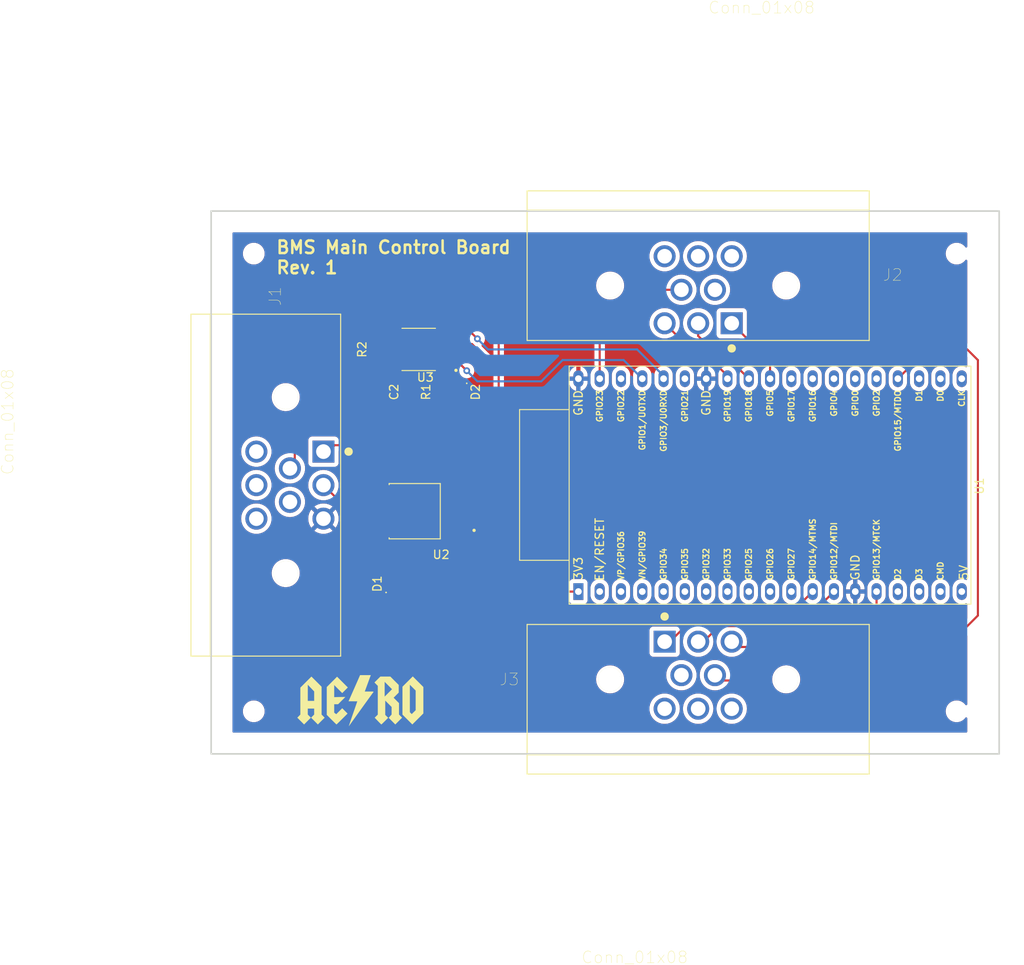
<source format=kicad_pcb>
(kicad_pcb (version 20221018) (generator pcbnew)
  (layers (0 "F.Cu" signal) (31 "B.Cu" signal) (34 "B.Paste" user) (35 "F.Paste" user) (36 "B.SilkS" user "B.Silkscreen") (37 "F.SilkS" user "F.Silkscreen") (38 "B.Mask" user) (39 "F.Mask" user) (44 "Edge.Cuts" user))
  (net 0 "")
  (net 1 "INT_12V")
  (net 2 "GND")
  (net 3 "+3.3V")
  (net 4 "Net-(D2-A)")
  (net 5 "SPI0_MOSI")
  (net 6 "SPI0_MISO")
  (net 7 "SPI0_SCK")
  (net 8 "SPI0_CS1")
  (net 11 "CAN_H")
  (net 12 "CAN_L")
  (net 13 "CAN_MISO")
  (net 14 "CAN_MOSI")
  (net 41 "SPI1_MOSI")
  (net 42 "SPI1_MISO")
  (net 43 "SPI1_SCK")
  (net 44 "SPI1_CS1")
  (footprint "Resistor_SMD:R_0201_0603Metric_Pad0.64x0.40mm_HandSolder" (layer "F.Cu") (at 124.46 74.93 90)
    (fp_text reference "R2" (at 0 -1.05 90) (layer "F.SilkS"))
    (fp_text value "120")
    (pad "1" smd roundrect (at -0.4075 0 90) (size 0.635 0.4) (layers "F.Cu" "F.Mask") (net 11 "CAN_H"))
    (pad "2" smd roundrect (at 0.4075 0 90) (size 0.635 0.4) (layers "F.Cu" "F.Mask") (net 12 "CAN_L"))
  )
  (footprint "MountingHole:MountingHole_2.1mm" (layer "F.Cu") (at 110.49 118.11)
    (fp_text reference "REF**" hide)
    (fp_text value "MountingHole_2.1mm")
    (pad "" np_thru_hole circle (at 0 0) (size 2.1 2.1) (drill 2.1) (layers "F&B.Cu" "*.Mask"))
  )
  (footprint "AERO_Footprints:AERO_Logo_15x6mm" (layer "F.Cu") (at 123.19 116.84)
    (fp_text reference "G***" hide)
    (fp_text value "LOGO" hide)
    (fp_poly (pts (xy 6.892292 -2.256606) (xy 7.522038 -1.627588) (xy 7.522038 1.522592) (xy 6.209332 2.833934) (xy 5.038016 1.661096) (xy 5.038016 1.378625) (xy 5.912672 1.378625) (xy 6.024987 1.494504) (xy 6.137301 1.610384) (xy 6.374849 1.374656) (xy 6.612397 1.138929) (xy 6.612397 -1.208337) (xy 6.262534 -1.556887) (xy 5.912672 -1.905436) (xy 5.912672 1.378625) (xy 5.038016 1.378625) (xy 5.038016 -1.662595) (xy 5.650281 -2.27411) (xy 6.262545 -2.885624) (xy 6.892292 -2.256606)) (stroke (width 0.01)) (fill solid) (layer "F.SilkS"))
    (fp_poly (pts (xy -5.221339 -2.265012) (xy -4.618182 -1.661116) (xy -4.618182 1.659646) (xy -4.435198 1.844931) (xy -4.252214 2.030217) (xy -4.654241 2.432243) (xy -5.056267 2.83427) (xy -5.457346 2.43205) (xy -5.858424 2.02983) (xy -5.492838 1.659646) (xy -5.492838 0.944628) (xy -6.262535 0.944628) (xy -6.262535 1.659646) (xy -6.079551 1.844931) (xy -5.896567 2.030217) (xy -6.70062 2.83427) (xy -7.502776 2.02983) (xy -7.319984 1.844738) (xy -7.13719 1.659646) (xy -7.13719 0.034986) (xy -6.262535 0.034986) (xy -5.492838 0.034986) (xy -5.492838 -1.10401) (xy -5.875913 -1.50538) (xy -6.258989 -1.906749) (xy -6.260762 -0.935881) (xy -6.262535 0.034986) (xy -7.13719 0.034986) (xy -7.13719 -1.557578) (xy -6.480843 -2.213243) (xy -5.824495 -2.868909) (xy -5.221339 -2.265012)) (stroke (width 0.01)) (fill solid) (layer "F.SilkS"))
    (fp_poly (pts (xy -2.126864 -2.214321) (xy -1.487961 -1.574717) (xy -1.819235 -1.24206) (xy -2.150508 -0.909403) (xy -2.632141 -1.390114) (xy -3.113774 -1.870826) (xy -3.113774 -0.416909) (xy -2.449463 -0.427118) (xy -1.785151 -0.437328) (xy -2.212781 -0.008746) (xy -2.64041 0.419835) (xy -3.113774 0.419835) (xy -3.113774 1.430874) (xy -2.989067 1.525994) (xy -2.864359 1.621113) (xy -2.507589 1.265558) (xy -2.15082 0.910002) (xy -1.835197 1.225625) (xy -1.519575 1.541248) (xy -2.169155 2.187566) (xy -2.34366 2.360587) (xy -2.501708 2.516125) (xy -2.636615 2.647697) (xy -2.741696 2.748821) (xy -2.810268 2.813012) (xy -2.835454 2.833884) (xy -2.863865 2.810205) (xy -2.934415 2.7438) (xy -3.039961 2.641616) (xy -3.173361 2.510602) (xy -3.327474 2.357704) (xy -3.420301 2.264972) (xy -3.98843 1.69606) (xy -3.98843 -1.624396) (xy -3.377098 -2.23916) (xy -2.765766 -2.853925) (xy -2.126864 -2.214321)) (stroke (width 0.01)) (fill solid) (layer "F.SilkS"))
    (fp_poly (pts (xy 4.085094 -2.369879) (xy 4.583195 -1.870887) (xy 4.583195 -0.963505) (xy 3.972357 -0.349823) (xy 4.295269 -0.025563) (xy 4.618182 0.298698) (xy 4.618182 1.659646) (xy 4.801166 1.844931) (xy 4.984149 2.030217) (xy 4.180096 2.83427) (xy 3.395312 2.046694) (xy 3.567904 1.85427) (xy 3.740497 1.661846) (xy 3.742011 1.206428) (xy 3.743526 0.751011) (xy 3.358678 0.367356) (xy 2.973829 -0.0163) (xy 2.973829 1.699463) (xy 3.149146 1.872144) (xy 3.324464 2.044825) (xy 2.931053 2.439355) (xy 2.796179 2.57326) (xy 2.678343 2.687693) (xy 2.586396 2.774262) (xy 2.529184 2.824577) (xy 2.515023 2.833884) (xy 2.484378 2.809858) (xy 2.414426 2.743504) (xy 2.313856 2.643412) (xy 2.191358 2.518171) (xy 2.10951 2.433024) (xy 1.726618 2.032164) (xy 1.912896 1.8482) (xy 2.099173 1.664236) (xy 2.099173 -0.472657) (xy 2.903857 -0.472657) (xy 3.349759 -0.91856) (xy 3.795662 -1.364463) (xy 2.903857 -2.256268) (xy 2.903857 -0.472657) (xy 2.099173 -0.472657) (xy 2.099173 -1.764775) (xy 1.898879 -1.967182) (xy 1.698585 -2.169588) (xy 2.046914 -2.519229) (xy 2.395244 -2.86887) (xy 3.586993 -2.86887) (xy 4.085094 -2.369879)) (stroke (width 0.01)) (fill solid) (layer "F.SilkS"))
    (fp_poly (pts (xy 0.892149 -2.064187) (xy 0.53294 -1.084573) (xy 1.076576 -1.084573) (xy 1.281642 -1.084154) (xy 1.425832 -1.082139) (xy 1.518241 -1.077389) (xy 1.567965 -1.068766) (xy 1.5841 -1.055131) (xy 1.575739 -1.035346) (xy 1.565711 -1.023347) (xy 1.537708 -0.986527) (xy 1.472995 -0.898463) (xy 1.375622 -0.764785) (xy 1.24964 -0.591123) (xy 1.0991 -0.383107) (xy 0.928052 -0.146367) (xy 0.740547 0.113466) (xy 0.540636 0.390763) (xy 0.33237 0.679893) (xy 0.1198 0.975227) (xy -0.093025 1.271134) (xy -0.302053 1.561985) (xy -0.503233 1.842148) (xy -0.692515 2.105995) (xy -0.865847 2.347895) (xy -1.019181 2.562217) (xy -1.148463 2.743333) (xy -1.249645 2.885611) (xy -1.318674 2.983422) (xy -1.351501 3.031136) (xy -1.35222 3.032265) (xy -1.349457 3.013674) (xy -1.325691 2.935209) (xy -1.282989 2.803056) (xy -1.223417 2.623402) (xy -1.149041 2.402431) (xy -1.061928 2.146332) (xy -0.964145 1.861288) (xy -0.871159 1.592142) (xy -0.764276 1.283551) (xy -0.664769 0.995885) (xy -0.574915 0.735757) (xy -0.496994 0.509778) (xy -0.433282 0.32456) (xy -0.386058 0.186716) (xy -0.357599 0.102858) (xy -0.349862 0.078987) (xy -0.382823 0.075836) (xy -0.473606 0.073166) (xy -0.610059 0.071186) (xy -0.780034 0.070108) (xy -0.869786 0.069973) (xy -1.389709 0.069973) (xy -0.998949 -0.81343) (xy -0.875406 -1.092997) (xy -0.742067 -1.395195) (xy -0.60729 -1.701053) (xy -0.479431 -1.9916) (xy -0.366846 -2.247865) (xy -0.313152 -2.370317) (xy -0.018117 -3.043801) (xy 1.251357 -3.043801) (xy 0.892149 -2.064187)) (stroke (width 0.01)) (fill solid) (layer "F.SilkS"))
  )
  (footprint "AERO_Footprints:ESP32-DEV C" (layer "F.Cu") (at 166.79094 92.09238 90)
    (fp_text reference "U1" (at 0.86488 30.25656 90 unlocked) (layer "F.SilkS"))
    (fp_text value "ESP32 Dev_Board_C")
    (fp_text user "GPIO3/U0RXD" (at 12.39988 -7.42688 90 unlocked) (layer "F.SilkS") (effects (font (size 0.7 0.7)) (justify right)))
    (fp_text user "GPIO22" (at 12.39988 -12.50688 90 unlocked) (layer "F.SilkS") (effects (font (size 0.7 0.7)) (justify right)))
    (fp_text user "VN/GPIO39" (at -10.46012 -9.96688 90 unlocked) (layer "F.SilkS") (effects (font (size 0.7 0.7)) (justify left)))
    (fp_text user "GPIO17" (at 12.39988 7.81312 90 unlocked) (layer "F.SilkS") (effects (font (size 0.7 0.7)) (justify right)))
    (fp_text user "GPIO13/MTCK" (at -10.46012 17.97312 90 unlocked) (layer "F.SilkS") (effects (font (size 0.7 0.7)) (justify left)))
    (fp_text user "GPIO23" (at 12.39988 -15.04688 90 unlocked) (layer "F.SilkS") (effects (font (size 0.7 0.7)) (justify right)))
    (fp_text user "GND" (at -10.46012 15.43312 90 unlocked) (layer "F.SilkS") (effects (justify left)))
    (fp_text user "VP/GPIO36" (at -10.46012 -12.50688 90 unlocked) (layer "F.SilkS") (effects (font (size 0.7 0.7)) (justify left)))
    (fp_text user "GND" (at 12.39988 -17.58688 90 unlocked) (layer "F.SilkS") (effects (justify right)))
    (fp_text user "GPIO18" (at 12.39988 2.73312 90 unlocked) (layer "F.SilkS") (effects (font (size 0.7 0.7)) (justify right)))
    (fp_text user "3V3" (at -10.46012 -17.58688 90 unlocked) (layer "F.SilkS") (effects (justify left)))
    (fp_text user "GPIO12/MTDI" (at -10.46012 12.89312 90 unlocked) (layer "F.SilkS") (effects (font (size 0.7 0.7)) (justify left)))
    (fp_text user "GPIO4" (at 12.39988 12.89312 90 unlocked) (layer "F.SilkS") (effects (font (size 0.7 0.7)) (justify right)))
    (fp_text user "GPIO33" (at -10.46012 0.19312 90 unlocked) (layer "F.SilkS") (effects (font (size 0.7 0.7)) (justify left)))
    (fp_text user "GPIO26" (at -10.46012 5.27312 90 unlocked) (layer "F.SilkS") (effects (font (size 0.7 0.7)) (justify left)))
    (fp_text user "GPIO35" (at -10.46012 -4.88688 90 unlocked) (layer "F.SilkS") (effects (font (size 0.7 0.7)) (justify left)))
    (fp_text user "GPIO2" (at 12.39988 17.97312 90 unlocked) (layer "F.SilkS") (effects (font (size 0.7 0.7)) (justify right)))
    (fp_text user "GPIO27" (at -10.46012 7.81312 90 unlocked) (layer "F.SilkS") (effects (font (size 0.7 0.7)) (justify left)))
    (fp_text user "GPIO21" (at 12.39988 -4.88688 90 unlocked) (layer "F.SilkS") (effects (font (size 0.7 0.7)) (justify right)))
    (fp_text user "CMD" (at -10.46012 25.59312 90 unlocked) (layer "F.SilkS") (effects (font (size 0.7 0.7)) (justify left)))
    (fp_text user "EN/RESET" (at -2.8438 -15.0496 90 unlocked) (layer "F.SilkS") (effects (justify right)))
    (fp_text user "GPIO0" (at 12.39988 15.43312 90 unlocked) (layer "F.SilkS") (effects (font (size 0.7 0.7)) (justify right)))
    (fp_text user "D2" (at -10.46012 20.51312 90 unlocked) (layer "F.SilkS") (effects (font (size 0.7 0.7)) (justify left)))
    (fp_text user "5V" (at -10.4638 28.3844 90 unlocked) (layer "F.SilkS") (effects (justify left)))
    (fp_text user "GPIO5" (at 12.39988 5.27312 90 unlocked) (layer "F.SilkS") (effects (font (size 0.7 0.7)) (justify right)))
    (fp_text user "GPIO14/MTMS" (at -10.46012 10.35312 90 unlocked) (layer "F.SilkS") (effects (font (size 0.7 0.7)) (justify left)))
    (fp_text user "GPIO1/U0TXD" (at 12.39988 -9.96688 90 unlocked) (layer "F.SilkS") (effects (font (size 0.7 0.7)) (justify right)))
    (fp_text user "D3" (at -10.46012 23.05312 90 unlocked) (layer "F.SilkS") (effects (font (size 0.7 0.7)) (justify left)))
    (fp_text user "GPIO15/MTDO" (at 12.39988 20.51312 90 unlocked) (layer "F.SilkS") (effects (font (size 0.7 0.7)) (justify right)))
    (fp_text user "D1" (at 12.39988 23.05312 90 unlocked) (layer "F.SilkS") (effects (font (size 0.7 0.7)) (justify right)))
    (fp_text user "GND" (at 12.39988 -2.34688 90 unlocked) (layer "F.SilkS") (effects (justify right)))
    (fp_text user "GPIO16" (at 12.39988 10.35312 90 unlocked) (layer "F.SilkS") (effects (font (size 0.7 0.7)) (justify right)))
    (fp_text user "GPIO19" (at 12.39988 0.19312 90 unlocked) (layer "F.SilkS") (effects (font (size 0.7 0.7)) (justify right)))
    (fp_text user "D0" (at 12.39988 25.59312 90 unlocked) (layer "F.SilkS") (effects (font (size 0.7 0.7)) (justify right)))
    (fp_text user "GPIO25" (at -10.46012 2.73312 90 unlocked) (layer "F.SilkS") (effects (font (size 0.7 0.7)) (justify left)))
    (fp_text user "GPIO32" (at -10.46012 -2.34688 90 unlocked) (layer "F.SilkS") (effects (font (size 0.7 0.7)) (justify left)))
    (fp_text user "GPIO34" (at -10.46012 -7.42688 90 unlocked) (layer "F.SilkS") (effects (font (size 0.7 0.7)) (justify left)))
    (fp_text user "CLK" (at 12.39988 28.13312 90 unlocked) (layer "F.SilkS") (effects (font (size 0.7 0.7)) (justify right)))
    (fp_line (start -13.23012 29.23312) (end 15.169879 29.23312) (stroke (width 0.12)) (layer "F.SilkS"))
    (fp_line (start -13.230119 -18.68688) (end -13.23012 29.23312) (stroke (width 0.12)) (layer "F.SilkS"))
    (fp_line (start -8 -24.6) (end 9.9832 -24.6) (stroke (width 0.12)) (layer "F.SilkS"))
    (fp_line (start -8 -18.7072) (end -8 -24.6) (stroke (width 0.12)) (layer "F.SilkS"))
    (fp_line (start 9.9832 -24.6) (end 9.9832 -18.7072) (stroke (width 0.12)) (layer "F.SilkS"))
    (fp_line (start 15.169879 29.23312) (end 15.16988 -18.68688) (stroke (width 0.12)) (layer "F.SilkS"))
    (fp_line (start 15.16988 -18.68688) (end -13.230119 -18.68688) (stroke (width 0.12)) (layer "F.SilkS"))
    (pad "1" thru_hole rect (at -11.73012 -17.58688) (size 1.2 2) (drill 0.8) (layers "*.Cu" "*.Mask") (net 3 "+3.3V"))
    (pad "2" thru_hole oval (at -11.73012 -15.04688) (size 1.2 2) (drill 0.8) (layers "*.Cu" "*.Mask"))
    (pad "3" thru_hole oval (at -11.73012 -12.50688) (size 1.2 2) (drill 0.8) (layers "*.Cu" "*.Mask"))
    (pad "4" thru_hole oval (at -11.73012 -9.96688) (size 1.2 2) (drill 0.8) (layers "*.Cu" "*.Mask"))
    (pad "5" thru_hole oval (at -11.73012 -7.42688) (size 1.2 2) (drill 0.8) (layers "*.Cu" "*.Mask"))
    (pad "6" thru_hole oval (at -11.73012 -4.88688) (size 1.2 2) (drill 0.8) (layers "*.Cu" "*.Mask"))
    (pad "7" thru_hole oval (at -11.73012 -2.34688) (size 1.2 2) (drill 0.8) (layers "*.Cu" "*.Mask"))
    (pad "8" thru_hole oval (at -11.73012 0.19312) (size 1.2 2) (drill 0.8) (layers "*.Cu" "*.Mask"))
    (pad "9" thru_hole oval (at -11.73012 2.73312) (size 1.2 2) (drill 0.8) (layers "*.Cu" "*.Mask"))
    (pad "10" thru_hole oval (at -11.73012 5.27312) (size 1.2 2) (drill 0.8) (layers "*.Cu" "*.Mask"))
    (pad "11" thru_hole oval (at -11.73012 7.81312) (size 1.2 2) (drill 0.8) (layers "*.Cu" "*.Mask"))
    (pad "12" thru_hole oval (at -11.73012 10.35312) (size 1.2 2) (drill 0.8) (layers "*.Cu" "*.Mask") (net 43 "SPI1_SCK"))
    (pad "13" thru_hole oval (at -11.73012 12.89312) (size 1.2 2) (drill 0.8) (layers "*.Cu" "*.Mask") (net 42 "SPI1_MISO"))
    (pad "14" thru_hole oval (at -11.73012 15.43312) (size 1.2 2) (drill 0.8) (layers "*.Cu" "*.Mask") (net 2 "GND"))
    (pad "15" thru_hole oval (at -11.73012 17.97312) (size 1.2 2) (drill 0.8) (layers "*.Cu" "*.Mask") (net 41 "SPI1_MOSI"))
    (pad "16" thru_hole oval (at -11.73012 20.51312) (size 1.2 2) (drill 0.8) (layers "*.Cu" "*.Mask"))
    (pad "17" thru_hole oval (at -11.73012 23.05312) (size 1.2 2) (drill 0.8) (layers "*.Cu" "*.Mask"))
    (pad "18" thru_hole oval (at -11.73012 25.59312) (size 1.2 2) (drill 0.8) (layers "*.Cu" "*.Mask"))
    (pad "19" thru_hole oval (at -11.73012 28.13312) (size 1.2 2) (drill 0.8) (layers "*.Cu" "*.Mask"))
    (pad "20" thru_hole oval (at 13.6662 28.1304) (size 1.2 2) (drill 0.8) (layers "*.Cu" "*.Mask"))
    (pad "21" thru_hole oval (at 13.6662 25.5904) (size 1.2 2) (drill 0.8) (layers "*.Cu" "*.Mask"))
    (pad "22" thru_hole oval (at 13.66988 23.05312) (size 1.2 2) (drill 0.8) (layers "*.Cu" "*.Mask"))
    (pad "23" thru_hole oval (at 13.66988 20.51312) (size 1.2 2) (drill 0.8) (layers "*.Cu" "*.Mask") (net 44 "SPI1_CS1"))
    (pad "24" thru_hole oval (at 13.66988 17.97312) (size 1.2 2) (drill 0.8) (layers "*.Cu" "*.Mask"))
    (pad "25" thru_hole oval (at 13.66988 15.43312) (size 1.2 2) (drill 0.8) (layers "*.Cu" "*.Mask"))
    (pad "26" thru_hole oval (at 13.66988 12.89312) (size 1.2 2) (drill 0.8) (layers "*.Cu" "*.Mask"))
    (pad "27" thru_hole oval (at 13.66988 10.35312) (size 1.2 2) (drill 0.8) (layers "*.Cu" "*.Mask"))
    (pad "28" thru_hole oval (at 13.66988 7.81312) (size 1.2 2) (drill 0.8) (layers "*.Cu" "*.Mask"))
    (pad "29" thru_hole oval (at 13.66988 5.27312) (size 1.2 2) (drill 0.8) (layers "*.Cu" "*.Mask") (net 8 "SPI0_CS1"))
    (pad "30" thru_hole oval (at 13.66988 2.73312) (size 1.2 2) (drill 0.8) (layers "*.Cu" "*.Mask") (net 7 "SPI0_SCK"))
    (pad "31" thru_hole oval (at 13.66988 0.19312) (size 1.2 2) (drill 0.8) (layers "*.Cu" "*.Mask") (net 6 "SPI0_MISO"))
    (pad "32" thru_hole oval (at 13.66988 -2.34688) (size 1.2 2) (drill 0.8) (layers "*.Cu" "*.Mask") (net 2 "GND"))
    (pad "33" thru_hole oval (at 13.66988 -4.88688) (size 1.2 2) (drill 0.8) (layers "*.Cu" "*.Mask"))
    (pad "34" thru_hole oval (at 13.66988 -7.42688) (size 1.2 2) (drill 0.8) (layers "*.Cu" "*.Mask") (net 14 "CAN_MOSI"))
    (pad "35" thru_hole oval (at 13.66988 -9.96688) (size 1.2 2) (drill 0.8) (layers "*.Cu" "*.Mask") (net 13 "CAN_MISO"))
    (pad "36" thru_hole oval (at 13.66988 -12.50688) (size 1.2 2) (drill 0.8) (layers "*.Cu" "*.Mask"))
    (pad "37" thru_hole oval (at 13.66988 -15.04688) (size 1.2 2) (drill 0.8) (layers "*.Cu" "*.Mask") (net 5 "SPI0_MOSI"))
    (pad "38" thru_hole oval (at 13.66988 -17.58688) (size 1.2 2) (drill 0.8) (layers "*.Cu" "*.Mask") (net 2 "GND"))
  )
  (footprint "LED_SMD:LED_0201_0603Metric_Pad0.64x0.40mm_HandSolder" (layer "F.Cu") (at 135.89 80.01 -90)
    (fp_text reference "D2" (at 0 -1.05 90) (layer "F.SilkS"))
    (fp_text value "LED")
    (fp_circle (center -1.035 0) (end -0.985 0) (stroke (width 0.1)) (fill none) (layer "F.SilkS"))
    (pad "1" smd roundrect (at -0.4075 0 270) (size 0.635 0.4) (layers "F.Cu" "F.Mask") (net 2 "GND"))
    (pad "2" smd roundrect (at 0.4075 0 270) (size 0.635 0.4) (layers "F.Cu" "F.Mask") (net 4 "Net-(D2-A)"))
  )
  (footprint "AERO_Footprints:SOIC127P600X175-8N" (layer "F.Cu") (at 130.16 74.93 180)
    (fp_text reference "U3" (at -0.795 -3.332) (layer "F.SilkS"))
    (fp_text value "MAX33054EASA+T" hide)
    (fp_line (start -2 -2.52) (end 2 -2.52) (stroke (width 0.127)) (layer "F.SilkS"))
    (fp_line (start -2 2.52) (end 2 2.52) (stroke (width 0.127)) (layer "F.SilkS"))
    (fp_circle (center -4.445 -2.495) (end -4.345 -2.495) (stroke (width 0.2)) (fill none) (layer "F.SilkS"))
    (pad "1" smd roundrect (at -2.475 -1.905 180) (size 1.97 0.59) (layers "F.Cu" "F.Paste" "F.Mask") (roundrect_rratio 0.07) (net 13 "CAN_MISO"))
    (pad "2" smd roundrect (at -2.475 -0.635 180) (size 1.97 0.59) (layers "F.Cu" "F.Paste" "F.Mask") (roundrect_rratio 0.07) (net 2 "GND"))
    (pad "3" smd roundrect (at -2.475 0.635 180) (size 1.97 0.59) (layers "F.Cu" "F.Paste" "F.Mask") (roundrect_rratio 0.07) (net 3 "+3.3V"))
    (pad "4" smd roundrect (at -2.475 1.905 180) (size 1.97 0.59) (layers "F.Cu" "F.Paste" "F.Mask") (roundrect_rratio 0.07) (net 14 "CAN_MOSI"))
    (pad "5" smd roundrect (at 2.475 1.905 180) (size 1.97 0.59) (layers "F.Cu" "F.Paste" "F.Mask") (roundrect_rratio 0.07) (net 3 "+3.3V"))
    (pad "6" smd roundrect (at 2.475 0.635 180) (size 1.97 0.59) (layers "F.Cu" "F.Paste" "F.Mask") (roundrect_rratio 0.07) (net 12 "CAN_L"))
    (pad "7" smd roundrect (at 2.475 -0.635 180) (size 1.97 0.59) (layers "F.Cu" "F.Paste" "F.Mask") (roundrect_rratio 0.07) (net 11 "CAN_H"))
    (pad "8" smd roundrect (at 2.475 -1.905 180) (size 1.97 0.59) (layers "F.Cu" "F.Paste" "F.Mask") (roundrect_rratio 0.07) (net 2 "GND"))
  )
  (footprint "amp_seal:TE_1-776280-1_8pin_Horizontal" (layer "F.Cu") (at 163.49 114.3)
    (fp_text reference "J3" (at -22.52 0) (layer "F.SilkS") (effects (font (size 1.40081 1.40081) (thickness 0.05))))
    (fp_text value "Conn_01x08" (at -7.56757 33.1663) (layer "F.SilkS") (effects (font (size 1.40234 1.40234) (thickness 0.05))))
    (fp_text user "PCB~{EDGE}" (at -4.00474 8.51007) (layer "Edge.Cuts") (effects (font (thickness 0.05))))
    (fp_line (start -20.4 -6.55) (end 20.4 -6.55) (stroke (width 0.127)) (layer "F.SilkS"))
    (fp_line (start -20.4 9) (end -20.4 -6.55) (stroke (width 0.127)) (layer "F.SilkS"))
    (fp_line (start -20.4 11.3) (end -20.4 9) (stroke (width 0.127)) (layer "F.SilkS"))
    (fp_line (start 11.7 11.3) (end -20.4 11.3) (stroke (width 0.127)) (layer "F.SilkS"))
    (fp_line (start 20.4 -6.55) (end 20.4 9) (stroke (width 0.127)) (layer "F.SilkS"))
    (fp_line (start 20.4 9) (end -20.4 9) (stroke (width 0.127)) (layer "F.SilkS"))
    (fp_line (start 20.4 9) (end 20.4 11.3) (stroke (width 0.127)) (layer "F.SilkS"))
    (fp_line (start 20.4 11.3) (end 11.7 11.3) (stroke (width 0.127)) (layer "F.SilkS"))
    (fp_circle (center -4 -7.5) (end -3.75 -7.5) (stroke (width 0.5)) (fill none) (layer "F.SilkS"))
    (pad "" np_thru_hole circle (at -10.5 0) (size 2.85 2.85) (drill 2.85) (layers "*.Cu" "*.Mask" "F.SilkS"))
    (pad "" np_thru_hole circle (at 10.5 0) (size 2.85 2.85) (drill 2.85) (layers "*.Cu" "*.Mask" "F.SilkS"))
    (pad "1" thru_hole rect (at -4 -4.5) (size 2.625 2.625) (drill 1.75) (layers "*.Cu" "*.Mask") (net 43 "SPI1_SCK"))
    (pad "2" thru_hole circle (at 0 -4.5) (size 2.625 2.625) (drill 1.75) (layers "*.Cu" "*.Mask") (net 42 "SPI1_MISO"))
    (pad "3" thru_hole circle (at 4 -4.5) (size 2.625 2.625) (drill 1.75) (layers "*.Cu" "*.Mask") (net 41 "SPI1_MOSI"))
    (pad "4" thru_hole circle (at -2 -0.5) (size 2.625 2.625) (drill 1.75) (layers "*.Cu" "*.Mask"))
    (pad "5" thru_hole circle (at 2 -0.5) (size 2.625 2.625) (drill 1.75) (layers "*.Cu" "*.Mask") (net 44 "SPI1_CS1"))
    (pad "6" thru_hole circle (at -4 3.5) (size 2.625 2.625) (drill 1.75) (layers "*.Cu" "*.Mask"))
    (pad "7" thru_hole circle (at 0 3.5) (size 2.625 2.625) (drill 1.75) (layers "*.Cu" "*.Mask"))
    (pad "8" thru_hole circle (at 4 3.5) (size 2.625 2.625) (drill 1.75) (layers "*.Cu" "*.Mask"))
  )
  (footprint "Capacitor_SMD:C_0201_0603Metric_Pad0.64x0.40mm_HandSolder" (layer "F.Cu") (at 130.43 103.125 90)
    (fp_text reference "C1" hide)
    (fp_text value "10uF")
    (pad "1" smd roundrect (at -0.4075 0 90) (size 0.635 0.4) (layers "F.Cu" "F.Mask") (net 1 "INT_12V"))
    (pad "2" smd roundrect (at 0.4075 0 90) (size 0.635 0.4) (layers "F.Cu" "F.Mask") (net 2 "GND"))
  )
  (footprint "Resistor_SMD:R_0201_0603Metric_Pad0.64x0.40mm_HandSolder" (layer "F.Cu") (at 132.08 80.01 90)
    (fp_text reference "R1" (at 0 -1.05 90) (layer "F.SilkS"))
    (fp_text value "330")
    (pad "1" smd roundrect (at -0.4075 0 90) (size 0.635 0.4) (layers "F.Cu" "F.Mask") (net 3 "+3.3V"))
    (pad "2" smd roundrect (at 0.4075 0 90) (size 0.635 0.4) (layers "F.Cu" "F.Mask") (net 4 "Net-(D2-A)"))
  )
  (footprint "MountingHole:MountingHole_2.1mm" (layer "F.Cu") (at 194.31 118.11)
    (fp_text reference "REF**" hide)
    (fp_text value "MountingHole_2.1mm")
    (pad "" np_thru_hole circle (at 0 0) (size 2.1 2.1) (drill 2.1) (layers "*.Cu" "*.Mask"))
  )
  (footprint "amp_seal:TE_1-776280-1_8pin_Horizontal" (layer "F.Cu") (at 163.49 67.31 180)
    (fp_text reference "J2" (at -23.2 1.27) (layer "F.SilkS") (effects (font (size 1.40081 1.40081) (thickness 0.05))))
    (fp_text value "Conn_01x08" (at -7.56757 33.1663) (layer "F.SilkS") (effects (font (size 1.40234 1.40234) (thickness 0.05))))
    (fp_text user "PCB~{EDGE}" (at -4.00474 8.51007) (layer "Edge.Cuts") (effects (font (thickness 0.05))))
    (fp_line (start -20.4 -6.55) (end 20.4 -6.55) (stroke (width 0.127)) (layer "F.SilkS"))
    (fp_line (start -20.4 9) (end -20.4 -6.55) (stroke (width 0.127)) (layer "F.SilkS"))
    (fp_line (start -20.4 11.3) (end -20.4 9) (stroke (width 0.127)) (layer "F.SilkS"))
    (fp_line (start 11.7 11.3) (end -20.4 11.3) (stroke (width 0.127)) (layer "F.SilkS"))
    (fp_line (start 20.4 -6.55) (end 20.4 9) (stroke (width 0.127)) (layer "F.SilkS"))
    (fp_line (start 20.4 9) (end -20.4 9) (stroke (width 0.127)) (layer "F.SilkS"))
    (fp_line (start 20.4 9) (end 20.4 11.3) (stroke (width 0.127)) (layer "F.SilkS"))
    (fp_line (start 20.4 11.3) (end 11.7 11.3) (stroke (width 0.127)) (layer "F.SilkS"))
    (fp_circle (center -4 -7.5) (end -3.75 -7.5) (stroke (width 0.5)) (fill none) (layer "F.SilkS"))
    (pad "" np_thru_hole circle (at -10.5 0 180) (size 2.85 2.85) (drill 2.85) (layers "*.Cu" "*.Mask" "F.SilkS"))
    (pad "" np_thru_hole circle (at 10.5 0 180) (size 2.85 2.85) (drill 2.85) (layers "*.Cu" "*.Mask" "F.SilkS"))
    (pad "1" thru_hole rect (at -4 -4.5 180) (size 2.625 2.625) (drill 1.75) (layers "*.Cu" "*.Mask") (net 8 "SPI0_CS1"))
    (pad "2" thru_hole circle (at 0 -4.5 180) (size 2.625 2.625) (drill 1.75) (layers "*.Cu" "*.Mask") (net 7 "SPI0_SCK"))
    (pad "3" thru_hole circle (at 4 -4.5 180) (size 2.625 2.625) (drill 1.75) (layers "*.Cu" "*.Mask") (net 6 "SPI0_MISO"))
    (pad "4" thru_hole circle (at -2 -0.5 180) (size 2.625 2.625) (drill 1.75) (layers "*.Cu" "*.Mask"))
    (pad "5" thru_hole circle (at 2 -0.5 180) (size 2.625 2.625) (drill 1.75) (layers "*.Cu" "*.Mask") (net 5 "SPI0_MOSI"))
    (pad "6" thru_hole circle (at -4 3.5 180) (size 2.625 2.625) (drill 1.75) (layers "*.Cu" "*.Mask"))
    (pad "7" thru_hole circle (at 0 3.5 180) (size 2.625 2.625) (drill 1.75) (layers "*.Cu" "*.Mask"))
    (pad "8" thru_hole circle (at 4 3.5 180) (size 2.625 2.625) (drill 1.75) (layers "*.Cu" "*.Mask"))
  )
  (footprint "amp_seal:TE_1-776280-1_8pin_Horizontal" (layer "F.Cu") (at 114.3 91.1225 -90)
    (fp_text reference "J1" (at -22.5425 1.27 90) (layer "F.SilkS") (effects (font (size 1.40081 1.40081) (thickness 0.05))))
    (fp_text value "Conn_01x08" (at -7.56757 33.1663 90) (layer "F.SilkS") (effects (font (size 1.40234 1.40234) (thickness 0.05))))
    (fp_text user "PCB~{EDGE}" (at -4.00474 8.51007 90) (layer "Edge.Cuts") (effects (font (thickness 0.05))))
    (fp_line (start -20.4 -6.55) (end 20.4 -6.55) (stroke (width 0.127)) (layer "F.SilkS"))
    (fp_line (start -20.4 9) (end -20.4 -6.55) (stroke (width 0.127)) (layer "F.SilkS"))
    (fp_line (start -20.4 11.3) (end -20.4 9) (stroke (width 0.127)) (layer "F.SilkS"))
    (fp_line (start 11.7 11.3) (end -20.4 11.3) (stroke (width 0.127)) (layer "F.SilkS"))
    (fp_line (start 20.4 -6.55) (end 20.4 9) (stroke (width 0.127)) (layer "F.SilkS"))
    (fp_line (start 20.4 9) (end -20.4 9) (stroke (width 0.127)) (layer "F.SilkS"))
    (fp_line (start 20.4 9) (end 20.4 11.3) (stroke (width 0.127)) (layer "F.SilkS"))
    (fp_line (start 20.4 11.3) (end 11.7 11.3) (stroke (width 0.127)) (layer "F.SilkS"))
    (fp_circle (center -4 -7.5) (end -3.75 -7.5) (stroke (width 0.5)) (fill none) (layer "F.SilkS"))
    (pad "" np_thru_hole circle (at -10.5 0 270) (size 2.85 2.85) (drill 2.85) (layers "*.Cu" "*.Mask" "F.SilkS"))
    (pad "" np_thru_hole circle (at 10.5 0 270) (size 2.85 2.85) (drill 2.85) (layers "*.Cu" "*.Mask" "F.SilkS"))
    (pad "1" thru_hole rect (at -4 -4.5 270) (size 2.625 2.625) (drill 1.75) (layers "*.Cu" "*.Mask") (net 11 "CAN_H"))
    (pad "2" thru_hole circle (at 0 -4.5 270) (size 2.625 2.625) (drill 1.75) (layers "*.Cu" "*.Mask") (net 1 "INT_12V"))
    (pad "3" thru_hole circle (at 4 -4.5 270) (size 2.625 2.625) (drill 1.75) (layers "*.Cu" "*.Mask") (net 2 "GND"))
    (pad "4" thru_hole circle (at -2 -0.5 270) (size 2.625 2.625) (drill 1.75) (layers "*.Cu" "*.Mask") (net 12 "CAN_L"))
    (pad "5" thru_hole circle (at 2 -0.5 270) (size 2.625 2.625) (drill 1.75) (layers "*.Cu" "*.Mask"))
    (pad "6" thru_hole circle (at -4 3.5 270) (size 2.625 2.625) (drill 1.75) (layers "*.Cu" "*.Mask"))
    (pad "7" thru_hole circle (at 0 3.5 270) (size 2.625 2.625) (drill 1.75) (layers "*.Cu" "*.Mask"))
    (pad "8" thru_hole circle (at 4 3.5 270) (size 2.625 2.625) (drill 1.75) (layers "*.Cu" "*.Mask"))
  )
  (footprint "Diode_SMD:D_0201_0603Metric_Pad0.64x0.40mm_HandSolder" (layer "F.Cu") (at 126.27 102.895 90)
    (fp_text reference "D1" (at 0 -1.05 90) (layer "F.SilkS"))
    (fp_text value "TS4148C RZG")
    (fp_circle (center -1.035 0) (end -0.985 0) (stroke (width 0.1)) (fill none) (layer "F.SilkS"))
    (pad "1" smd roundrect (at -0.4075 0 90) (size 0.635 0.4) (layers "F.Cu" "F.Mask") (net 1 "INT_12V"))
    (pad "2" smd roundrect (at 0.4075 0 90) (size 0.635 0.4) (layers "F.Cu" "F.Mask") (net 2 "GND"))
  )
  (footprint "TS2940CP33_ROG:VREG_TS2940CP33_ROG" (layer "F.Cu") (at 130.43 94.235 180)
    (fp_text reference "U2" (at -2.41 -5.185) (layer "F.SilkS"))
    (fp_text value "TS2940CP33_ROG")
    (fp_line (start -2.305 -3.3) (end 3.795 -3.3) (stroke (width 0.127)) (layer "F.SilkS"))
    (fp_line (start -2.305 3.3) (end -2.305 -3.3) (stroke (width 0.127)) (layer "F.SilkS"))
    (fp_line (start 3.795 -3.3) (end 3.795 -3.165) (stroke (width 0.127)) (layer "F.SilkS"))
    (fp_line (start 3.795 3.3) (end -2.305 3.3) (stroke (width 0.127)) (layer "F.SilkS"))
    (fp_line (start 3.795 3.3) (end 3.795 3.165) (stroke (width 0.127)) (layer "F.SilkS"))
    (fp_circle (center -6.335 -2.285) (end -6.235 -2.285) (stroke (width 0.2)) (fill none) (layer "F.SilkS"))
    (pad "1" smd rect (at -4.19 -2.285 180) (size 2.29 1.4) (layers "F.Cu" "F.Paste" "F.Mask") (net 1 "INT_12V"))
    (pad "2" smd rect (at 2.245 0 180) (size 6.18 5.69) (layers "F.Cu" "F.Mask") (net 2 "GND"))
    (pad "3" smd rect (at -4.19 2.285 180) (size 2.29 1.4) (layers "F.Cu" "F.Paste" "F.Mask") (net 3 "+3.3V"))
  )
  (footprint "Capacitor_SMD:C_0201_0603Metric_Pad0.64x0.40mm_HandSolder" (layer "F.Cu") (at 128.27 80.01 90)
    (fp_text reference "C2" (at 0 -1.05 90) (layer "F.SilkS"))
    (fp_text value "10uF")
    (pad "1" smd roundrect (at -0.4075 0 90) (size 0.635 0.4) (layers "F.Cu" "F.Mask") (net 3 "+3.3V"))
    (pad "2" smd roundrect (at 0.4075 0 90) (size 0.635 0.4) (layers "F.Cu" "F.Mask") (net 2 "GND"))
  )
  (footprint "MountingHole:MountingHole_2.1mm" (layer "F.Cu") (at 194.31 63.5)
    (fp_text reference "REF**" hide)
    (fp_text value "MountingHole_2.1mm")
    (pad "" np_thru_hole circle (at 0 0) (size 2.1 2.1) (drill 2.1) (layers "F&B.Cu" "*.Mask"))
  )
  (footprint "MountingHole:MountingHole_2.1mm" (layer "F.Cu") (at 110.49 63.5)
    (fp_text reference "REF**" hide)
    (fp_text value "MountingHole_2.1mm")
    (pad "" np_thru_hole circle (at 0 0) (size 2.1 2.1) (drill 2.1) (layers "F&B.Cu" "*.Mask"))
  )
  (gr_rect (start 105.41 58.42) (end 199.39 123.19) (stroke (width 0.2)) (fill none) (layer "Edge.Cuts"))
  (gr_text "BMS Main Control Board\nRev. 1" (at 113.03 66.04) (layer "F.SilkS") (effects (font (size 1.5 1.5) (thickness 0.3) bold) (justify left bottom)))
  (segment (start 130.43 103.5325) (end 130.533541 103.5325) (width 0.25) (layer "F.Cu") (net 1))
  (segment (start 126.27 103.3025) (end 124.8925 103.3025) (width 0.25) (layer "F.Cu") (net 1))
  (segment (start 130.43 103.5325) (end 126.5 103.5325) (width 0.25) (layer "F.Cu") (net 1))
  (segment (start 130.533541 103.5325) (end 130.561041 103.505) (width 0.25) (layer "F.Cu") (net 1))
  (segment (start 126.5 103.5325) (end 126.27 103.3025) (width 0.25) (layer "F.Cu") (net 1))
  (segment (start 130.561041 103.505) (end 133.985 103.505) (width 0.25) (layer "F.Cu") (net 1))
  (segment (start 133.985 103.505) (end 134.62 102.87) (width 0.25) (layer "F.Cu") (net 1))
  (segment (start 124.8925 103.3025) (end 123.19 101.6) (width 0.25) (layer "F.Cu") (net 1))
  (segment (start 123.19 95.5125) (end 118.8 91.1225) (width 0.25) (layer "F.Cu") (net 1))
  (segment (start 123.19 101.6) (end 123.19 95.5125) (width 0.25) (layer "F.Cu") (net 1))
  (segment (start 134.62 102.87) (end 134.62 96.52) (width 0.25) (layer "F.Cu") (net 1))
  (segment (start 128.185 96.435) (end 128.185 94.235) (width 0.25) (layer "F.Cu") (net 2))
  (segment (start 127 93.05) (end 128.185 94.235) (width 0.25) (layer "F.Cu") (net 2))
  (segment (start 128.27 79.6025) (end 128.166459 79.6025) (width 0.25) (layer "F.Cu") (net 2))
  (segment (start 137.16 102.235) (end 137.16 93.345) (width 0.25) (layer "F.Cu") (net 3))
  (segment (start 134.62 91.95) (end 136.65 91.95) (width 0.25) (layer "F.Cu") (net 3))
  (segment (start 136.65 91.95) (end 139.7 88.9) (width 0.25) (layer "F.Cu") (net 3))
  (segment (start 149.20406 103.8225) (end 138.7475 103.8225) (width 0.25) (layer "F.Cu") (net 3))
  (segment (start 132.635 74.295) (end 136.525 74.295) (width 0.25) (layer "F.Cu") (net 3))
  (segment (start 127 71.12) (end 127 72.34) (width 0.25) (layer "F.Cu") (net 3))
  (segment (start 136.525 74.295) (end 139.7 77.47) (width 0.25) (layer "F.Cu") (net 3))
  (segment (start 134.62 86.7675) (end 128.27 80.4175) (width 0.25) (layer "F.Cu") (net 3))
  (segment (start 139.7 72.39) (end 137.16 69.85) (width 0.25) (layer "F.Cu") (net 3))
  (segment (start 137.16 93.345) (end 135.765 91.95) (width 0.25) (layer "F.Cu") (net 3))
  (segment (start 134.62 91.95) (end 134.62 86.7675) (width 0.25) (layer "F.Cu") (net 3))
  (segment (start 128.27 69.85) (end 127 71.12) (width 0.25) (layer "F.Cu") (net 3))
  (segment (start 132.08 80.4175) (end 128.27 80.4175) (width 0.25) (layer "F.Cu") (net 3))
  (segment (start 135.765 91.95) (end 134.62 91.95) (width 0.25) (layer "F.Cu") (net 3))
  (segment (start 137.16 69.85) (end 128.27 69.85) (width 0.25) (layer "F.Cu") (net 3))
  (segment (start 139.7 77.47) (end 139.7 72.39) (width 0.25) (layer "F.Cu") (net 3))
  (segment (start 139.7 88.9) (end 139.7 77.47) (width 0.25) (layer "F.Cu") (net 3))
  (segment (start 127 72.34) (end 127.685 73.025) (width 0.25) (layer "F.Cu") (net 3))
  (segment (start 138.7475 103.8225) (end 137.16 102.235) (width 0.25) (layer "F.Cu") (net 3))
  (segment (start 132.9425 79.6025) (end 132.08 79.6025) (width 0.25) (layer "F.Cu") (net 4))
  (segment (start 133.7575 80.4175) (end 132.9425 79.6025) (width 0.25) (layer "F.Cu") (net 4))
  (segment (start 135.89 80.4175) (end 133.7575 80.4175) (width 0.25) (layer "F.Cu") (net 4))
  (segment (start 156.98 67.81) (end 161.49 67.81) (width 0.25) (layer "F.Cu") (net 5))
  (segment (start 152.4 71.12) (end 153.67 71.12) (width 0.25) (layer "F.Cu") (net 5))
  (segment (start 151.74406 78.4225) (end 151.74406 71.77594) (width 0.25) (layer "F.Cu") (net 5))
  (segment (start 153.67 71.12) (end 156.98 67.81) (width 0.25) (layer "F.Cu") (net 5))
  (segment (start 151.74406 71.77594) (end 152.4 71.12) (width 0.25) (layer "F.Cu") (net 5))
  (segment (start 166.98406 78.08406) (end 166.98406 78.4225) (width 0.25) (layer "F.Cu") (net 6))
  (segment (start 165.1 76.2) (end 166.98406 78.08406) (width 0.25) (layer "F.Cu") (net 6))
  (segment (start 159.49 71.81) (end 163.88 76.2) (width 0.25) (layer "F.Cu") (net 6))
  (segment (start 163.88 76.2) (end 165.1 76.2) (width 0.25) (layer "F.Cu") (net 6))
  (segment (start 163.49 73.32) (end 163.49 71.81) (width 0.25) (layer "F.Cu") (net 7))
  (segment (start 169.52406 78.4225) (end 166.03156 74.93) (width 0.25) (layer "F.Cu") (net 7))
  (segment (start 165.1 74.93) (end 163.49 73.32) (width 0.25) (layer "F.Cu") (net 7))
  (segment (start 166.03156 74.93) (end 165.1 74.93) (width 0.25) (layer "F.Cu") (net 7))
  (segment (start 172.06406 76.38406) (end 167.49 71.81) (width 0.25) (layer "F.Cu") (net 8))
  (segment (start 172.06406 78.4225) (end 172.06406 76.38406) (width 0.25) (layer "F.Cu") (net 8))
  (segment (start 120.65 86.36) (end 120.1425 86.36) (width 0.25) (layer "F.Cu") (net 11))
  (segment (start 124.46 75.3375) (end 124.6875 75.565) (width 0.25) (layer "F.Cu") (net 11))
  (segment (start 124.6875 75.565) (end 127.685 75.565) (width 0.25) (layer "F.Cu") (net 11))
  (segment (start 120.1425 86.36) (end 119.38 87.1225) (width 0.25) (layer "F.Cu") (net 11))
  (segment (start 124.46 82.55) (end 120.65 86.36) (width 0.25) (layer "F.Cu") (net 11))
  (segment (start 124.46 75.3375) (end 124.46 82.55) (width 0.25) (layer "F.Cu") (net 11))
  (segment (start 124.6875 74.295) (end 127.685 74.295) (width 0.25) (layer "F.Cu") (net 12))
  (segment (start 124.46 74.5225) (end 122.3275 74.5225) (width 0.25) (layer "F.Cu") (net 12))
  (segment (start 122.3275 74.5225) (end 121.92 74.93) (width 0.25) (layer "F.Cu") (net 12))
  (segment (start 121.92 74.93) (end 121.92 78.74) (width 0.25) (layer "F.Cu") (net 12))
  (segment (start 124.46 74.5225) (end 124.6875 74.295) (width 0.25) (layer "F.Cu") (net 12))
  (segment (start 121.92 78.74) (end 115.38 85.28) (width 0.25) (layer "F.Cu") (net 12))
  (segment (start 115.38 85.28) (end 115.38 89.1225) (width 0.25) (layer "F.Cu") (net 12))
  (segment (start 135.89 77.47) (end 135.255 76.835) (width 0.25) (layer "F.Cu") (net 13))
  (segment (start 135.255 76.835) (end 132.635 76.835) (width 0.25) (layer "F.Cu") (net 13))
  (via (at 135.89 77.47) (size 0.8) (drill 0.4) (layers "F.Cu" "B.Cu") (net 13))
  (segment (start 147.32 76.2) (end 154.60156 76.2) (width 0.25) (layer "B.Cu") (net 13))
  (segment (start 135.89 77.47) (end 137.16 78.74) (width 0.25) (layer "B.Cu") (net 13))
  (segment (start 144.78 78.74) (end 147.32 76.2) (width 0.25) (layer "B.Cu") (net 13))
  (segment (start 154.60156 76.2) (end 156.82406 78.4225) (width 0.25) (layer "B.Cu") (net 13))
  (segment (start 137.16 78.74) (end 144.78 78.74) (width 0.25) (layer "B.Cu") (net 13))
  (segment (start 132.635 73.025) (end 136.525 73.025) (width 0.25) (layer "F.Cu") (net 14))
  (segment (start 136.525 73.025) (end 137.16 73.66) (width 0.25) (layer "F.Cu") (net 14))
  (via (at 137.16 73.66) (size 0.8) (drill 0.4) (layers "F.Cu" "B.Cu") (net 14))
  (segment (start 159.36406 78.08406) (end 159.36406 78.4225) (width 0.25) (layer "B.Cu") (net 14))
  (segment (start 138.43 74.93) (end 156.21 74.93) (width 0.25) (layer "B.Cu") (net 14))
  (segment (start 137.16 73.66) (end 138.43 74.93) (width 0.25) (layer "B.Cu") (net 14))
  (segment (start 156.21 74.93) (end 159.36406 78.08406) (width 0.25) (layer "B.Cu") (net 14))
  (segment (start 184.76406 107.33594) (end 181.665 110.435) (width 0.25) (layer "F.Cu") (net 41))
  (segment (start 181.665 110.435) (end 167.49 110.435) (width 0.25) (layer "F.Cu") (net 41))
  (segment (start 184.76406 103.8225) (end 184.76406 107.33594) (width 0.25) (layer "F.Cu") (net 41))
  (segment (start 175.55656 107.95) (end 179.68406 103.8225) (width 0.25) (layer "F.Cu") (net 42))
  (segment (start 163.49 110.435) (end 165.975 107.95) (width 0.25) (layer "F.Cu") (net 42))
  (segment (start 165.975 107.95) (end 175.55656 107.95) (width 0.25) (layer "F.Cu") (net 42))
  (segment (start 174.28656 106.68) (end 163.245 106.68) (width 0.25) (layer "F.Cu") (net 43))
  (segment (start 177.14406 103.8225) (end 174.28656 106.68) (width 0.25) (layer "F.Cu") (net 43))
  (segment (start 163.245 106.68) (end 159.49 110.435) (width 0.25) (layer "F.Cu") (net 43))
  (segment (start 165.49 114.435) (end 167.346155 114.435) (width 0.25) (layer "F.Cu") (net 44))
  (segment (start 191.77 111.76) (end 196.85 106.68) (width 0.25) (layer "F.Cu") (net 44))
  (segment (start 190.79656 74.93) (end 187.30406 78.4225) (width 0.25) (layer "F.Cu") (net 44))
  (segment (start 196.85 76.2) (end 195.58 74.93) (width 0.25) (layer "F.Cu") (net 44))
  (segment (start 170.021155 111.76) (end 191.77 111.76) (width 0.25) (layer "F.Cu") (net 44))
  (segment (start 196.85 106.68) (end 196.85 76.2) (width 0.25) (layer "F.Cu") (net 44))
  (segment (start 195.58 74.93) (end 190.79656 74.93) (width 0.25) (layer "F.Cu") (net 44))
  (segment (start 167.346155 114.435) (end 170.021155 111.76) (width 0.25) (layer "F.Cu") (net 44))
  (zone (net 2) (net_name "GND") (layers "F&B.Cu") (connect_pads (clearance 0.5)) (min_thickness 0.25) (fill yes (thermal_gap 0.5) (thermal_bridge_width 0.5))
    (polygon (pts (xy 107.95 60.96) (xy 195.58 60.96) (xy 195.58 120.65) (xy 107.95 120.65)))
  )
)
</source>
